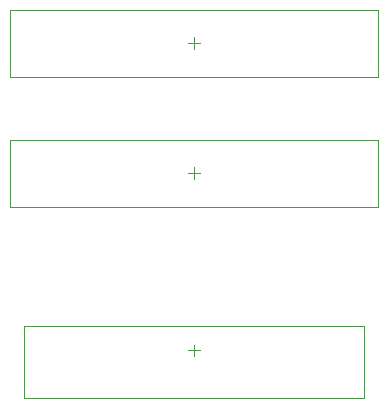
<source format=gbr>
%TF.GenerationSoftware,Altium Limited,Altium Designer,23.2.1 (34)*%
G04 Layer_Color=32768*
%FSLAX45Y45*%
%MOMM*%
%TF.SameCoordinates,7D16A08E-AD26-414A-B05A-F9FA4662990C*%
%TF.FilePolarity,Positive*%
%TF.FileFunction,Other,Mechanical_15*%
%TF.Part,Single*%
G01*
G75*
%TA.AperFunction,NonConductor*%
%ADD28C,0.10000*%
%ADD29C,0.05000*%
D28*
X4649999Y3605382D02*
X4749998D01*
X4700001Y3555380D02*
Y3655380D01*
D29*
X3141005Y5923879D02*
Y6486880D01*
Y5923879D02*
X6259002D01*
Y6486880D01*
X3141005D02*
X6259002D01*
X4700006Y6155380D02*
Y6255380D01*
X4650004Y6205382D02*
X4750003D01*
X3141000Y4823876D02*
Y5386877D01*
Y4823876D02*
X6258997D01*
Y5386877D01*
X3141000D02*
X6258997D01*
X4700001Y5055377D02*
Y5155377D01*
X4649999Y5105374D02*
X4749998D01*
X3259999Y3812880D02*
X6140003D01*
X3259999Y3202879D02*
Y3812880D01*
Y3202879D02*
X6140003D01*
Y3812880D01*
%TF.MD5,2b2955a3fefdc3ad50a938d65517ef72*%
M02*

</source>
